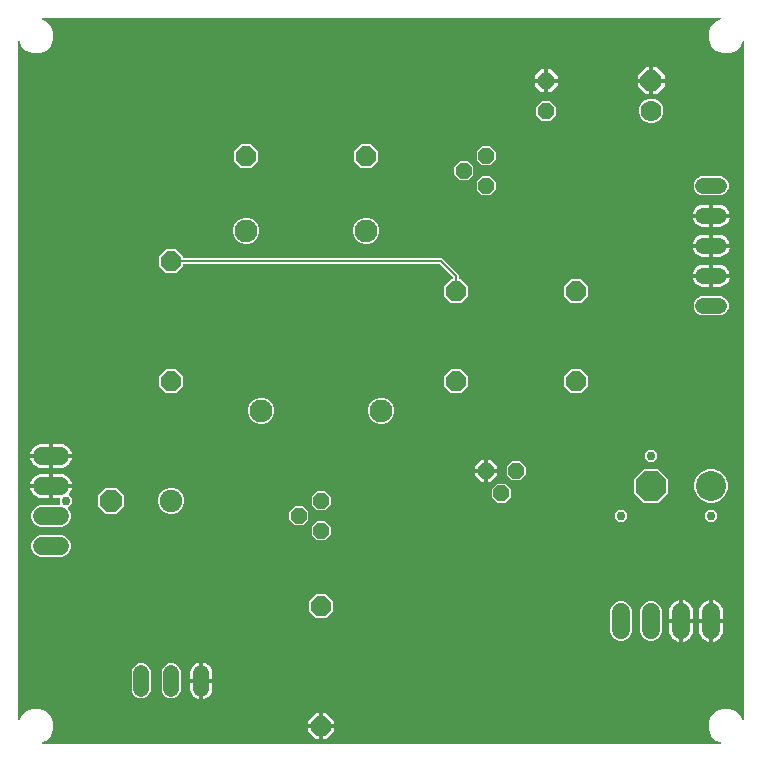
<source format=gbr>
G04 EAGLE Gerber RS-274X export*
G75*
%MOMM*%
%FSLAX34Y34*%
%LPD*%
%INBottom Copper*%
%IPPOS*%
%AMOC8*
5,1,8,0,0,1.08239X$1,22.5*%
G01*
%ADD10C,1.320800*%
%ADD11C,1.905000*%
%ADD12P,2.061953X8X202.500000*%
%ADD13C,2.540000*%
%ADD14P,2.749271X8X202.500000*%
%ADD15P,1.924489X8X112.500000*%
%ADD16C,1.778000*%
%ADD17P,1.539592X8X112.500000*%
%ADD18C,1.930400*%
%ADD19C,1.524000*%
%ADD20P,1.429621X8X202.500000*%
%ADD21P,1.814519X8X112.500000*%
%ADD22P,1.814519X8X22.500000*%
%ADD23P,1.429621X8X112.500000*%
%ADD24C,0.756400*%
%ADD25C,0.152400*%

G36*
X604350Y10176D02*
X604350Y10176D01*
X604447Y10186D01*
X604470Y10196D01*
X604496Y10200D01*
X604582Y10246D01*
X604671Y10286D01*
X604691Y10303D01*
X604714Y10316D01*
X604781Y10386D01*
X604852Y10452D01*
X604865Y10475D01*
X604883Y10494D01*
X604924Y10582D01*
X604971Y10668D01*
X604976Y10693D01*
X604987Y10717D01*
X604997Y10814D01*
X605015Y10910D01*
X605011Y10936D01*
X605014Y10961D01*
X604993Y11057D01*
X604979Y11153D01*
X604967Y11176D01*
X604961Y11202D01*
X604912Y11285D01*
X604867Y11372D01*
X604849Y11391D01*
X604835Y11413D01*
X604761Y11476D01*
X604692Y11544D01*
X604663Y11560D01*
X604648Y11573D01*
X604618Y11585D01*
X604545Y11625D01*
X601295Y12971D01*
X597171Y17095D01*
X594939Y22484D01*
X594939Y28316D01*
X597171Y33705D01*
X601295Y37829D01*
X606684Y40061D01*
X612516Y40061D01*
X617905Y37829D01*
X622029Y33705D01*
X623375Y30455D01*
X623426Y30372D01*
X623472Y30286D01*
X623490Y30268D01*
X623504Y30246D01*
X623580Y30184D01*
X623650Y30117D01*
X623674Y30106D01*
X623694Y30089D01*
X623785Y30054D01*
X623873Y30013D01*
X623899Y30011D01*
X623923Y30001D01*
X624021Y29997D01*
X624117Y29986D01*
X624143Y29992D01*
X624169Y29991D01*
X624263Y30018D01*
X624358Y30039D01*
X624380Y30052D01*
X624405Y30059D01*
X624485Y30115D01*
X624569Y30165D01*
X624586Y30185D01*
X624607Y30200D01*
X624666Y30278D01*
X624729Y30352D01*
X624739Y30376D01*
X624754Y30397D01*
X624784Y30489D01*
X624821Y30580D01*
X624824Y30612D01*
X624830Y30631D01*
X624830Y30664D01*
X624839Y30747D01*
X624839Y604253D01*
X624824Y604350D01*
X624814Y604447D01*
X624804Y604470D01*
X624800Y604496D01*
X624754Y604582D01*
X624714Y604671D01*
X624697Y604691D01*
X624684Y604714D01*
X624614Y604781D01*
X624548Y604852D01*
X624525Y604865D01*
X624506Y604883D01*
X624418Y604924D01*
X624332Y604971D01*
X624307Y604976D01*
X624283Y604987D01*
X624186Y604997D01*
X624090Y605015D01*
X624064Y605011D01*
X624039Y605014D01*
X623943Y604993D01*
X623847Y604979D01*
X623824Y604967D01*
X623798Y604961D01*
X623715Y604912D01*
X623628Y604867D01*
X623609Y604849D01*
X623587Y604835D01*
X623524Y604761D01*
X623456Y604692D01*
X623440Y604663D01*
X623427Y604648D01*
X623415Y604618D01*
X623375Y604545D01*
X622029Y601295D01*
X617905Y597171D01*
X612516Y594939D01*
X606684Y594939D01*
X601295Y597171D01*
X597171Y601295D01*
X594939Y606684D01*
X594939Y612516D01*
X597171Y617905D01*
X601295Y622029D01*
X604545Y623375D01*
X604628Y623426D01*
X604714Y623472D01*
X604732Y623490D01*
X604754Y623504D01*
X604816Y623580D01*
X604883Y623650D01*
X604894Y623674D01*
X604911Y623694D01*
X604946Y623785D01*
X604987Y623873D01*
X604989Y623899D01*
X604999Y623923D01*
X605003Y624021D01*
X605014Y624117D01*
X605008Y624143D01*
X605009Y624169D01*
X604982Y624263D01*
X604961Y624358D01*
X604948Y624380D01*
X604941Y624405D01*
X604885Y624485D01*
X604835Y624569D01*
X604815Y624586D01*
X604800Y624607D01*
X604722Y624666D01*
X604648Y624729D01*
X604624Y624739D01*
X604603Y624754D01*
X604511Y624784D01*
X604420Y624821D01*
X604388Y624824D01*
X604369Y624830D01*
X604336Y624830D01*
X604253Y624839D01*
X30747Y624839D01*
X30650Y624824D01*
X30553Y624814D01*
X30530Y624804D01*
X30504Y624800D01*
X30418Y624754D01*
X30329Y624714D01*
X30309Y624697D01*
X30286Y624684D01*
X30219Y624614D01*
X30148Y624548D01*
X30135Y624525D01*
X30117Y624506D01*
X30076Y624418D01*
X30029Y624332D01*
X30024Y624307D01*
X30013Y624283D01*
X30003Y624186D01*
X29985Y624090D01*
X29989Y624064D01*
X29986Y624039D01*
X30007Y623943D01*
X30021Y623847D01*
X30033Y623824D01*
X30039Y623798D01*
X30088Y623715D01*
X30133Y623628D01*
X30151Y623609D01*
X30165Y623587D01*
X30239Y623524D01*
X30308Y623456D01*
X30337Y623440D01*
X30352Y623427D01*
X30382Y623415D01*
X30455Y623375D01*
X33705Y622029D01*
X37829Y617905D01*
X40061Y612516D01*
X40061Y606684D01*
X37829Y601295D01*
X33705Y597171D01*
X28316Y594939D01*
X22484Y594939D01*
X17095Y597171D01*
X12971Y601295D01*
X11625Y604545D01*
X11574Y604628D01*
X11528Y604714D01*
X11510Y604732D01*
X11496Y604754D01*
X11420Y604816D01*
X11350Y604883D01*
X11326Y604894D01*
X11306Y604911D01*
X11215Y604946D01*
X11127Y604987D01*
X11101Y604989D01*
X11077Y604999D01*
X10979Y605003D01*
X10883Y605014D01*
X10857Y605008D01*
X10831Y605009D01*
X10737Y604982D01*
X10642Y604961D01*
X10620Y604948D01*
X10595Y604941D01*
X10515Y604885D01*
X10431Y604835D01*
X10414Y604815D01*
X10393Y604800D01*
X10334Y604722D01*
X10271Y604648D01*
X10261Y604624D01*
X10246Y604603D01*
X10216Y604511D01*
X10179Y604420D01*
X10176Y604388D01*
X10170Y604369D01*
X10170Y604336D01*
X10161Y604253D01*
X10161Y30747D01*
X10176Y30650D01*
X10186Y30553D01*
X10196Y30530D01*
X10200Y30504D01*
X10246Y30418D01*
X10286Y30329D01*
X10303Y30309D01*
X10316Y30286D01*
X10386Y30219D01*
X10452Y30148D01*
X10475Y30135D01*
X10494Y30117D01*
X10582Y30076D01*
X10668Y30029D01*
X10693Y30024D01*
X10717Y30013D01*
X10814Y30003D01*
X10910Y29985D01*
X10936Y29989D01*
X10961Y29986D01*
X11057Y30007D01*
X11153Y30021D01*
X11176Y30033D01*
X11202Y30039D01*
X11285Y30088D01*
X11372Y30133D01*
X11391Y30151D01*
X11413Y30165D01*
X11476Y30239D01*
X11544Y30308D01*
X11560Y30337D01*
X11573Y30352D01*
X11585Y30382D01*
X11625Y30455D01*
X12971Y33705D01*
X17095Y37829D01*
X22484Y40061D01*
X28316Y40061D01*
X33705Y37829D01*
X37829Y33705D01*
X40061Y28316D01*
X40061Y22484D01*
X37829Y17095D01*
X33705Y12971D01*
X30455Y11625D01*
X30372Y11574D01*
X30286Y11528D01*
X30268Y11510D01*
X30246Y11496D01*
X30184Y11420D01*
X30117Y11350D01*
X30106Y11326D01*
X30089Y11306D01*
X30054Y11215D01*
X30013Y11127D01*
X30011Y11101D01*
X30001Y11077D01*
X29997Y10979D01*
X29986Y10883D01*
X29992Y10857D01*
X29991Y10831D01*
X30018Y10737D01*
X30039Y10642D01*
X30052Y10620D01*
X30059Y10595D01*
X30115Y10515D01*
X30165Y10431D01*
X30185Y10414D01*
X30200Y10393D01*
X30278Y10334D01*
X30352Y10271D01*
X30376Y10261D01*
X30397Y10246D01*
X30489Y10216D01*
X30580Y10179D01*
X30612Y10176D01*
X30631Y10170D01*
X30664Y10170D01*
X30747Y10161D01*
X604253Y10161D01*
X604350Y10176D01*
G37*
%LPC*%
G36*
X376896Y383793D02*
X376896Y383793D01*
X371093Y389596D01*
X371093Y397804D01*
X376896Y403607D01*
X377952Y403607D01*
X377972Y403610D01*
X377991Y403608D01*
X378093Y403630D01*
X378195Y403646D01*
X378212Y403656D01*
X378232Y403660D01*
X378321Y403713D01*
X378412Y403762D01*
X378426Y403776D01*
X378443Y403786D01*
X378510Y403865D01*
X378582Y403940D01*
X378590Y403958D01*
X378603Y403973D01*
X378642Y404069D01*
X378685Y404163D01*
X378687Y404183D01*
X378695Y404201D01*
X378713Y404368D01*
X378713Y405137D01*
X378699Y405228D01*
X378691Y405318D01*
X378679Y405348D01*
X378674Y405380D01*
X378631Y405461D01*
X378595Y405545D01*
X378569Y405577D01*
X378558Y405598D01*
X378535Y405620D01*
X378490Y405676D01*
X367576Y416590D01*
X367502Y416643D01*
X367432Y416703D01*
X367402Y416715D01*
X367376Y416734D01*
X367289Y416761D01*
X367204Y416795D01*
X367163Y416799D01*
X367141Y416806D01*
X367109Y416805D01*
X367037Y416813D01*
X150368Y416813D01*
X150348Y416810D01*
X150329Y416812D01*
X150227Y416790D01*
X150125Y416774D01*
X150108Y416764D01*
X150088Y416760D01*
X149999Y416707D01*
X149908Y416658D01*
X149894Y416644D01*
X149877Y416634D01*
X149810Y416555D01*
X149738Y416480D01*
X149730Y416462D01*
X149717Y416447D01*
X149678Y416351D01*
X149635Y416257D01*
X149633Y416237D01*
X149625Y416219D01*
X149607Y416052D01*
X149607Y414996D01*
X143804Y409193D01*
X135596Y409193D01*
X129793Y414996D01*
X129793Y423204D01*
X135596Y429007D01*
X143804Y429007D01*
X149607Y423204D01*
X149607Y422148D01*
X149610Y422128D01*
X149608Y422109D01*
X149630Y422007D01*
X149646Y421905D01*
X149656Y421888D01*
X149660Y421868D01*
X149713Y421779D01*
X149762Y421688D01*
X149776Y421674D01*
X149786Y421657D01*
X149865Y421590D01*
X149940Y421518D01*
X149958Y421510D01*
X149973Y421497D01*
X150069Y421458D01*
X150163Y421415D01*
X150183Y421413D01*
X150201Y421405D01*
X150368Y421387D01*
X369247Y421387D01*
X383287Y407347D01*
X383287Y404368D01*
X383290Y404348D01*
X383288Y404329D01*
X383310Y404227D01*
X383326Y404125D01*
X383336Y404108D01*
X383340Y404088D01*
X383393Y403999D01*
X383442Y403908D01*
X383456Y403894D01*
X383466Y403877D01*
X383545Y403810D01*
X383620Y403738D01*
X383638Y403730D01*
X383653Y403717D01*
X383749Y403678D01*
X383843Y403635D01*
X383863Y403633D01*
X383881Y403625D01*
X384048Y403607D01*
X385104Y403607D01*
X390907Y397804D01*
X390907Y389596D01*
X385104Y383793D01*
X376896Y383793D01*
G37*
%LPD*%
%LPC*%
G36*
X28661Y194055D02*
X28661Y194055D01*
X25300Y195447D01*
X22727Y198020D01*
X21335Y201381D01*
X21335Y205019D01*
X22727Y208380D01*
X25300Y210953D01*
X28661Y212345D01*
X45013Y212345D01*
X45083Y212356D01*
X45155Y212358D01*
X45204Y212376D01*
X45255Y212384D01*
X45319Y212418D01*
X45386Y212443D01*
X45427Y212475D01*
X45473Y212500D01*
X45522Y212551D01*
X45578Y212596D01*
X45606Y212640D01*
X45642Y212678D01*
X45672Y212743D01*
X45711Y212803D01*
X45724Y212854D01*
X45746Y212901D01*
X45754Y212972D01*
X45771Y213042D01*
X45767Y213094D01*
X45773Y213145D01*
X45758Y213216D01*
X45752Y213287D01*
X45732Y213335D01*
X45721Y213386D01*
X45684Y213447D01*
X45656Y213513D01*
X45611Y213569D01*
X45594Y213597D01*
X45577Y213612D01*
X45551Y213644D01*
X45493Y213702D01*
X45493Y217678D01*
X45490Y217698D01*
X45492Y217717D01*
X45470Y217819D01*
X45454Y217921D01*
X45444Y217938D01*
X45440Y217958D01*
X45387Y218047D01*
X45338Y218138D01*
X45324Y218152D01*
X45314Y218169D01*
X45235Y218236D01*
X45160Y218308D01*
X45142Y218316D01*
X45127Y218329D01*
X45031Y218368D01*
X44937Y218411D01*
X44917Y218413D01*
X44899Y218421D01*
X44732Y218439D01*
X39623Y218439D01*
X39623Y227077D01*
X55766Y227077D01*
X55631Y226221D01*
X55136Y224700D01*
X54410Y223275D01*
X53470Y221981D01*
X53385Y221896D01*
X53374Y221880D01*
X53358Y221867D01*
X53302Y221780D01*
X53242Y221696D01*
X53236Y221677D01*
X53225Y221660D01*
X53200Y221560D01*
X53170Y221461D01*
X53170Y221441D01*
X53165Y221422D01*
X53173Y221319D01*
X53176Y221215D01*
X53183Y221197D01*
X53184Y221177D01*
X53225Y221082D01*
X53260Y220984D01*
X53273Y220969D01*
X53281Y220950D01*
X53385Y220819D01*
X56107Y218098D01*
X56107Y213702D01*
X52986Y210581D01*
X52955Y210580D01*
X52906Y210562D01*
X52854Y210554D01*
X52791Y210520D01*
X52724Y210495D01*
X52683Y210463D01*
X52637Y210438D01*
X52588Y210386D01*
X52532Y210342D01*
X52504Y210298D01*
X52468Y210260D01*
X52437Y210195D01*
X52399Y210135D01*
X52386Y210084D01*
X52364Y210037D01*
X52356Y209966D01*
X52339Y209896D01*
X52343Y209844D01*
X52337Y209793D01*
X52352Y209722D01*
X52358Y209651D01*
X52378Y209603D01*
X52389Y209552D01*
X52426Y209491D01*
X52454Y209425D01*
X52499Y209369D01*
X52515Y209341D01*
X52533Y209326D01*
X52559Y209294D01*
X53473Y208380D01*
X54865Y205019D01*
X54865Y201381D01*
X53473Y198020D01*
X50900Y195447D01*
X47539Y194055D01*
X28661Y194055D01*
G37*
%LPD*%
%LPC*%
G36*
X540208Y214375D02*
X540208Y214375D01*
X531875Y222708D01*
X531875Y234492D01*
X540208Y242825D01*
X551992Y242825D01*
X560325Y234492D01*
X560325Y222708D01*
X551992Y214375D01*
X540208Y214375D01*
G37*
%LPD*%
%LPC*%
G36*
X594071Y214375D02*
X594071Y214375D01*
X588842Y216541D01*
X584841Y220542D01*
X582675Y225771D01*
X582675Y231429D01*
X584841Y236658D01*
X588842Y240659D01*
X594071Y242825D01*
X599729Y242825D01*
X604958Y240659D01*
X608959Y236658D01*
X611125Y231429D01*
X611125Y225771D01*
X608959Y220542D01*
X604958Y216541D01*
X599729Y214375D01*
X594071Y214375D01*
G37*
%LPD*%
%LPC*%
G36*
X518881Y97535D02*
X518881Y97535D01*
X515520Y98927D01*
X512947Y101500D01*
X511555Y104861D01*
X511555Y123739D01*
X512947Y127100D01*
X515520Y129673D01*
X518881Y131065D01*
X522519Y131065D01*
X525880Y129673D01*
X528453Y127100D01*
X529845Y123739D01*
X529845Y104861D01*
X528453Y101500D01*
X525880Y98927D01*
X522519Y97535D01*
X518881Y97535D01*
G37*
%LPD*%
%LPC*%
G36*
X544281Y97535D02*
X544281Y97535D01*
X540920Y98927D01*
X538347Y101500D01*
X536955Y104861D01*
X536955Y123739D01*
X538347Y127100D01*
X540920Y129673D01*
X544281Y131065D01*
X547919Y131065D01*
X551280Y129673D01*
X553853Y127100D01*
X555245Y123739D01*
X555245Y104861D01*
X553853Y101500D01*
X551280Y98927D01*
X547919Y97535D01*
X544281Y97535D01*
G37*
%LPD*%
%LPC*%
G36*
X28661Y168655D02*
X28661Y168655D01*
X25300Y170047D01*
X22727Y172620D01*
X21335Y175981D01*
X21335Y179619D01*
X22727Y182980D01*
X25300Y185553D01*
X28661Y186945D01*
X47539Y186945D01*
X50900Y185553D01*
X53473Y182980D01*
X54865Y179619D01*
X54865Y175981D01*
X53473Y172620D01*
X50900Y170047D01*
X47539Y168655D01*
X28661Y168655D01*
G37*
%LPD*%
%LPC*%
G36*
X588679Y372871D02*
X588679Y372871D01*
X585691Y374109D01*
X583405Y376395D01*
X582167Y379383D01*
X582167Y382617D01*
X583405Y385605D01*
X585691Y387891D01*
X588679Y389129D01*
X605121Y389129D01*
X608109Y387891D01*
X610395Y385605D01*
X611633Y382617D01*
X611633Y379383D01*
X610395Y376395D01*
X608109Y374109D01*
X605121Y372871D01*
X588679Y372871D01*
G37*
%LPD*%
%LPC*%
G36*
X112683Y48767D02*
X112683Y48767D01*
X109695Y50005D01*
X107409Y52291D01*
X106171Y55279D01*
X106171Y71721D01*
X107409Y74709D01*
X109695Y76995D01*
X112683Y78233D01*
X115917Y78233D01*
X118905Y76995D01*
X121191Y74709D01*
X122429Y71721D01*
X122429Y55279D01*
X121191Y52291D01*
X118905Y50005D01*
X115917Y48767D01*
X112683Y48767D01*
G37*
%LPD*%
%LPC*%
G36*
X138083Y48767D02*
X138083Y48767D01*
X135095Y50005D01*
X132809Y52291D01*
X131571Y55279D01*
X131571Y71721D01*
X132809Y74709D01*
X135095Y76995D01*
X138083Y78233D01*
X141317Y78233D01*
X144305Y76995D01*
X146591Y74709D01*
X147829Y71721D01*
X147829Y55279D01*
X146591Y52291D01*
X144305Y50005D01*
X141317Y48767D01*
X138083Y48767D01*
G37*
%LPD*%
%LPC*%
G36*
X588679Y474471D02*
X588679Y474471D01*
X585691Y475709D01*
X583405Y477995D01*
X582167Y480983D01*
X582167Y484217D01*
X583405Y487205D01*
X585691Y489491D01*
X588679Y490729D01*
X605121Y490729D01*
X608109Y489491D01*
X610395Y487205D01*
X611633Y484217D01*
X611633Y480983D01*
X610395Y477995D01*
X608109Y475709D01*
X605121Y474471D01*
X588679Y474471D01*
G37*
%LPD*%
%LPC*%
G36*
X84323Y204850D02*
X84323Y204850D01*
X77850Y211323D01*
X77850Y220477D01*
X84323Y226950D01*
X93477Y226950D01*
X99950Y220477D01*
X99950Y211323D01*
X93477Y204850D01*
X84323Y204850D01*
G37*
%LPD*%
%LPC*%
G36*
X213677Y280923D02*
X213677Y280923D01*
X209569Y282625D01*
X206425Y285769D01*
X204723Y289877D01*
X204723Y294323D01*
X206425Y298431D01*
X209569Y301575D01*
X213677Y303277D01*
X218123Y303277D01*
X222231Y301575D01*
X225375Y298431D01*
X227077Y294323D01*
X227077Y289877D01*
X225375Y285769D01*
X222231Y282625D01*
X218123Y280923D01*
X213677Y280923D01*
G37*
%LPD*%
%LPC*%
G36*
X302577Y433323D02*
X302577Y433323D01*
X298469Y435025D01*
X295325Y438169D01*
X293623Y442277D01*
X293623Y446723D01*
X295325Y450831D01*
X298469Y453975D01*
X302577Y455677D01*
X307023Y455677D01*
X311131Y453975D01*
X314275Y450831D01*
X315977Y446723D01*
X315977Y442277D01*
X314275Y438169D01*
X311131Y435025D01*
X307023Y433323D01*
X302577Y433323D01*
G37*
%LPD*%
%LPC*%
G36*
X315277Y280923D02*
X315277Y280923D01*
X311169Y282625D01*
X308025Y285769D01*
X306323Y289877D01*
X306323Y294323D01*
X308025Y298431D01*
X311169Y301575D01*
X315277Y303277D01*
X319723Y303277D01*
X323831Y301575D01*
X326975Y298431D01*
X328677Y294323D01*
X328677Y289877D01*
X326975Y285769D01*
X323831Y282625D01*
X319723Y280923D01*
X315277Y280923D01*
G37*
%LPD*%
%LPC*%
G36*
X200977Y433323D02*
X200977Y433323D01*
X196869Y435025D01*
X193725Y438169D01*
X192023Y442277D01*
X192023Y446723D01*
X193725Y450831D01*
X196869Y453975D01*
X200977Y455677D01*
X205423Y455677D01*
X209531Y453975D01*
X212675Y450831D01*
X214377Y446723D01*
X214377Y442277D01*
X212675Y438169D01*
X209531Y435025D01*
X205423Y433323D01*
X200977Y433323D01*
G37*
%LPD*%
%LPC*%
G36*
X137502Y204850D02*
X137502Y204850D01*
X133441Y206533D01*
X130333Y209641D01*
X128650Y213702D01*
X128650Y218098D01*
X130333Y222159D01*
X133441Y225267D01*
X137502Y226950D01*
X141898Y226950D01*
X145959Y225267D01*
X149067Y222159D01*
X150750Y218098D01*
X150750Y213702D01*
X149067Y209641D01*
X145959Y206533D01*
X141898Y204850D01*
X137502Y204850D01*
G37*
%LPD*%
%LPC*%
G36*
X544028Y535685D02*
X544028Y535685D01*
X540200Y537271D01*
X537271Y540200D01*
X535685Y544028D01*
X535685Y548172D01*
X537271Y552000D01*
X540200Y554929D01*
X544028Y556515D01*
X548172Y556515D01*
X552000Y554929D01*
X554929Y552000D01*
X556515Y548172D01*
X556515Y544028D01*
X554929Y540200D01*
X552000Y537271D01*
X548172Y535685D01*
X544028Y535685D01*
G37*
%LPD*%
%LPC*%
G36*
X262596Y117093D02*
X262596Y117093D01*
X256793Y122896D01*
X256793Y131104D01*
X262596Y136907D01*
X270804Y136907D01*
X276607Y131104D01*
X276607Y122896D01*
X270804Y117093D01*
X262596Y117093D01*
G37*
%LPD*%
%LPC*%
G36*
X199096Y498093D02*
X199096Y498093D01*
X193293Y503896D01*
X193293Y512104D01*
X199096Y517907D01*
X207304Y517907D01*
X213107Y512104D01*
X213107Y503896D01*
X207304Y498093D01*
X199096Y498093D01*
G37*
%LPD*%
%LPC*%
G36*
X300696Y498093D02*
X300696Y498093D01*
X294893Y503896D01*
X294893Y512104D01*
X300696Y517907D01*
X308904Y517907D01*
X314707Y512104D01*
X314707Y503896D01*
X308904Y498093D01*
X300696Y498093D01*
G37*
%LPD*%
%LPC*%
G36*
X135596Y307593D02*
X135596Y307593D01*
X129793Y313396D01*
X129793Y321604D01*
X135596Y327407D01*
X143804Y327407D01*
X149607Y321604D01*
X149607Y313396D01*
X143804Y307593D01*
X135596Y307593D01*
G37*
%LPD*%
%LPC*%
G36*
X478496Y307593D02*
X478496Y307593D01*
X472693Y313396D01*
X472693Y321604D01*
X478496Y327407D01*
X486704Y327407D01*
X492507Y321604D01*
X492507Y313396D01*
X486704Y307593D01*
X478496Y307593D01*
G37*
%LPD*%
%LPC*%
G36*
X376896Y307593D02*
X376896Y307593D01*
X371093Y313396D01*
X371093Y321604D01*
X376896Y327407D01*
X385104Y327407D01*
X390907Y321604D01*
X390907Y313396D01*
X385104Y307593D01*
X376896Y307593D01*
G37*
%LPD*%
%LPC*%
G36*
X478496Y383793D02*
X478496Y383793D01*
X472693Y389596D01*
X472693Y397804D01*
X478496Y403607D01*
X486704Y403607D01*
X492507Y397804D01*
X492507Y389596D01*
X486704Y383793D01*
X478496Y383793D01*
G37*
%LPD*%
%LPC*%
G36*
X453623Y537463D02*
X453623Y537463D01*
X448563Y542523D01*
X448563Y549677D01*
X453623Y554737D01*
X460777Y554737D01*
X465837Y549677D01*
X465837Y542523D01*
X460777Y537463D01*
X453623Y537463D01*
G37*
%LPD*%
%LPC*%
G36*
X428433Y233171D02*
X428433Y233171D01*
X423671Y237933D01*
X423671Y244667D01*
X428433Y249429D01*
X435167Y249429D01*
X439929Y244667D01*
X439929Y237933D01*
X435167Y233171D01*
X428433Y233171D01*
G37*
%LPD*%
%LPC*%
G36*
X244283Y195071D02*
X244283Y195071D01*
X239521Y199833D01*
X239521Y206567D01*
X244283Y211329D01*
X251017Y211329D01*
X255779Y206567D01*
X255779Y199833D01*
X251017Y195071D01*
X244283Y195071D01*
G37*
%LPD*%
%LPC*%
G36*
X263333Y207771D02*
X263333Y207771D01*
X258571Y212533D01*
X258571Y219267D01*
X263333Y224029D01*
X270067Y224029D01*
X274829Y219267D01*
X274829Y212533D01*
X270067Y207771D01*
X263333Y207771D01*
G37*
%LPD*%
%LPC*%
G36*
X403033Y474471D02*
X403033Y474471D01*
X398271Y479233D01*
X398271Y485967D01*
X403033Y490729D01*
X409767Y490729D01*
X414529Y485967D01*
X414529Y479233D01*
X409767Y474471D01*
X403033Y474471D01*
G37*
%LPD*%
%LPC*%
G36*
X383983Y487171D02*
X383983Y487171D01*
X379221Y491933D01*
X379221Y498667D01*
X383983Y503429D01*
X390717Y503429D01*
X395479Y498667D01*
X395479Y491933D01*
X390717Y487171D01*
X383983Y487171D01*
G37*
%LPD*%
%LPC*%
G36*
X403033Y499871D02*
X403033Y499871D01*
X398271Y504633D01*
X398271Y511367D01*
X403033Y516129D01*
X409767Y516129D01*
X414529Y511367D01*
X414529Y504633D01*
X409767Y499871D01*
X403033Y499871D01*
G37*
%LPD*%
%LPC*%
G36*
X415733Y214121D02*
X415733Y214121D01*
X410971Y218883D01*
X410971Y225617D01*
X415733Y230379D01*
X422467Y230379D01*
X427229Y225617D01*
X427229Y218883D01*
X422467Y214121D01*
X415733Y214121D01*
G37*
%LPD*%
%LPC*%
G36*
X263333Y182371D02*
X263333Y182371D01*
X258571Y187133D01*
X258571Y193867D01*
X263333Y198629D01*
X270067Y198629D01*
X274829Y193867D01*
X274829Y187133D01*
X270067Y182371D01*
X263333Y182371D01*
G37*
%LPD*%
%LPC*%
G36*
X598423Y115823D02*
X598423Y115823D01*
X598423Y131966D01*
X599279Y131831D01*
X600800Y131336D01*
X602225Y130610D01*
X603519Y129670D01*
X604650Y128539D01*
X605590Y127245D01*
X606316Y125820D01*
X606811Y124299D01*
X607061Y122720D01*
X607061Y115823D01*
X598423Y115823D01*
G37*
%LPD*%
%LPC*%
G36*
X573023Y115823D02*
X573023Y115823D01*
X573023Y131966D01*
X573879Y131831D01*
X575400Y131336D01*
X576825Y130610D01*
X578119Y129670D01*
X579250Y128539D01*
X580190Y127245D01*
X580916Y125820D01*
X581411Y124299D01*
X581661Y122720D01*
X581661Y115823D01*
X573023Y115823D01*
G37*
%LPD*%
%LPC*%
G36*
X39623Y255523D02*
X39623Y255523D01*
X39623Y264161D01*
X46520Y264161D01*
X48099Y263911D01*
X49620Y263416D01*
X51045Y262690D01*
X52339Y261750D01*
X53470Y260619D01*
X54410Y259325D01*
X55136Y257900D01*
X55631Y256379D01*
X55766Y255523D01*
X39623Y255523D01*
G37*
%LPD*%
%LPC*%
G36*
X39623Y230123D02*
X39623Y230123D01*
X39623Y238761D01*
X46520Y238761D01*
X48099Y238511D01*
X49620Y238016D01*
X51045Y237290D01*
X52339Y236350D01*
X53470Y235219D01*
X54410Y233925D01*
X55136Y232500D01*
X55631Y230979D01*
X55766Y230123D01*
X39623Y230123D01*
G37*
%LPD*%
%LPC*%
G36*
X20434Y255523D02*
X20434Y255523D01*
X20569Y256379D01*
X21064Y257900D01*
X21790Y259325D01*
X22730Y260619D01*
X23861Y261750D01*
X25155Y262690D01*
X26580Y263416D01*
X28101Y263911D01*
X29680Y264161D01*
X36577Y264161D01*
X36577Y255523D01*
X20434Y255523D01*
G37*
%LPD*%
%LPC*%
G36*
X20434Y230123D02*
X20434Y230123D01*
X20569Y230979D01*
X21064Y232500D01*
X21790Y233925D01*
X22730Y235219D01*
X23861Y236350D01*
X25155Y237290D01*
X26580Y238016D01*
X28101Y238511D01*
X29680Y238761D01*
X36577Y238761D01*
X36577Y230123D01*
X20434Y230123D01*
G37*
%LPD*%
%LPC*%
G36*
X573023Y112777D02*
X573023Y112777D01*
X581661Y112777D01*
X581661Y105880D01*
X581411Y104301D01*
X580916Y102780D01*
X580190Y101355D01*
X579250Y100061D01*
X578119Y98930D01*
X576825Y97990D01*
X575400Y97264D01*
X573879Y96769D01*
X573023Y96634D01*
X573023Y112777D01*
G37*
%LPD*%
%LPC*%
G36*
X598423Y112777D02*
X598423Y112777D01*
X607061Y112777D01*
X607061Y105880D01*
X606811Y104301D01*
X606316Y102780D01*
X605590Y101355D01*
X604650Y100061D01*
X603519Y98930D01*
X602225Y97990D01*
X600800Y97264D01*
X599279Y96769D01*
X598423Y96634D01*
X598423Y112777D01*
G37*
%LPD*%
%LPC*%
G36*
X561339Y115823D02*
X561339Y115823D01*
X561339Y122720D01*
X561589Y124299D01*
X562084Y125820D01*
X562810Y127245D01*
X563750Y128539D01*
X564881Y129670D01*
X566175Y130610D01*
X567600Y131336D01*
X569121Y131831D01*
X569977Y131966D01*
X569977Y115823D01*
X561339Y115823D01*
G37*
%LPD*%
%LPC*%
G36*
X586739Y115823D02*
X586739Y115823D01*
X586739Y122720D01*
X586989Y124299D01*
X587484Y125820D01*
X588210Y127245D01*
X589150Y128539D01*
X590281Y129670D01*
X591575Y130610D01*
X593000Y131336D01*
X594521Y131831D01*
X595377Y131966D01*
X595377Y115823D01*
X586739Y115823D01*
G37*
%LPD*%
%LPC*%
G36*
X39623Y243839D02*
X39623Y243839D01*
X39623Y252477D01*
X55766Y252477D01*
X55631Y251621D01*
X55136Y250100D01*
X54410Y248675D01*
X53470Y247381D01*
X52339Y246250D01*
X51045Y245310D01*
X49620Y244584D01*
X48099Y244089D01*
X46520Y243839D01*
X39623Y243839D01*
G37*
%LPD*%
%LPC*%
G36*
X594521Y96769D02*
X594521Y96769D01*
X593000Y97264D01*
X591575Y97990D01*
X590281Y98930D01*
X589150Y100061D01*
X588210Y101355D01*
X587484Y102780D01*
X586989Y104301D01*
X586739Y105880D01*
X586739Y112777D01*
X595377Y112777D01*
X595377Y96634D01*
X594521Y96769D01*
G37*
%LPD*%
%LPC*%
G36*
X29680Y218439D02*
X29680Y218439D01*
X28101Y218689D01*
X26580Y219184D01*
X25155Y219910D01*
X23861Y220850D01*
X22730Y221981D01*
X21790Y223275D01*
X21064Y224700D01*
X20569Y226221D01*
X20434Y227077D01*
X36577Y227077D01*
X36577Y218439D01*
X29680Y218439D01*
G37*
%LPD*%
%LPC*%
G36*
X29680Y243839D02*
X29680Y243839D01*
X28101Y244089D01*
X26580Y244584D01*
X25155Y245310D01*
X23861Y246250D01*
X22730Y247381D01*
X21790Y248675D01*
X21064Y250100D01*
X20569Y251621D01*
X20434Y252477D01*
X36577Y252477D01*
X36577Y243839D01*
X29680Y243839D01*
G37*
%LPD*%
%LPC*%
G36*
X569121Y96769D02*
X569121Y96769D01*
X567600Y97264D01*
X566175Y97990D01*
X564881Y98930D01*
X563750Y100061D01*
X562810Y101355D01*
X562084Y102780D01*
X561589Y104301D01*
X561339Y105880D01*
X561339Y112777D01*
X569977Y112777D01*
X569977Y96634D01*
X569121Y96769D01*
G37*
%LPD*%
%LPC*%
G36*
X543902Y248693D02*
X543902Y248693D01*
X540793Y251802D01*
X540793Y256198D01*
X543902Y259307D01*
X548298Y259307D01*
X551407Y256198D01*
X551407Y251802D01*
X548298Y248693D01*
X543902Y248693D01*
G37*
%LPD*%
%LPC*%
G36*
X594702Y197893D02*
X594702Y197893D01*
X591593Y201002D01*
X591593Y205398D01*
X594702Y208507D01*
X599098Y208507D01*
X602207Y205398D01*
X602207Y201002D01*
X599098Y197893D01*
X594702Y197893D01*
G37*
%LPD*%
%LPC*%
G36*
X518502Y197893D02*
X518502Y197893D01*
X515393Y201002D01*
X515393Y205398D01*
X518502Y208507D01*
X522898Y208507D01*
X526007Y205398D01*
X526007Y201002D01*
X522898Y197893D01*
X518502Y197893D01*
G37*
%LPD*%
%LPC*%
G36*
X598423Y407923D02*
X598423Y407923D01*
X598423Y415545D01*
X604405Y415545D01*
X606171Y415193D01*
X607836Y414504D01*
X609334Y413503D01*
X610607Y412230D01*
X611608Y410732D01*
X612297Y409067D01*
X612525Y407923D01*
X598423Y407923D01*
G37*
%LPD*%
%LPC*%
G36*
X598423Y458723D02*
X598423Y458723D01*
X598423Y466345D01*
X604405Y466345D01*
X606171Y465993D01*
X607836Y465304D01*
X609334Y464303D01*
X610607Y463030D01*
X611608Y461532D01*
X612297Y459867D01*
X612525Y458723D01*
X598423Y458723D01*
G37*
%LPD*%
%LPC*%
G36*
X598423Y433323D02*
X598423Y433323D01*
X598423Y440945D01*
X604405Y440945D01*
X606171Y440593D01*
X607836Y439904D01*
X609334Y438903D01*
X610607Y437630D01*
X611608Y436132D01*
X612297Y434467D01*
X612525Y433323D01*
X598423Y433323D01*
G37*
%LPD*%
%LPC*%
G36*
X166623Y65023D02*
X166623Y65023D01*
X166623Y79125D01*
X167767Y78897D01*
X169432Y78208D01*
X170930Y77207D01*
X172203Y75934D01*
X173204Y74436D01*
X173893Y72771D01*
X174245Y71005D01*
X174245Y65023D01*
X166623Y65023D01*
G37*
%LPD*%
%LPC*%
G36*
X581275Y458723D02*
X581275Y458723D01*
X581503Y459867D01*
X582192Y461532D01*
X583193Y463030D01*
X584466Y464303D01*
X585964Y465304D01*
X587629Y465993D01*
X589395Y466345D01*
X595377Y466345D01*
X595377Y458723D01*
X581275Y458723D01*
G37*
%LPD*%
%LPC*%
G36*
X166623Y61977D02*
X166623Y61977D01*
X174245Y61977D01*
X174245Y55995D01*
X173893Y54229D01*
X173204Y52564D01*
X172203Y51066D01*
X170930Y49793D01*
X169432Y48792D01*
X167767Y48103D01*
X166623Y47875D01*
X166623Y61977D01*
G37*
%LPD*%
%LPC*%
G36*
X581275Y433323D02*
X581275Y433323D01*
X581503Y434467D01*
X582192Y436132D01*
X583193Y437630D01*
X584466Y438903D01*
X585964Y439904D01*
X587629Y440593D01*
X589395Y440945D01*
X595377Y440945D01*
X595377Y433323D01*
X581275Y433323D01*
G37*
%LPD*%
%LPC*%
G36*
X581275Y407923D02*
X581275Y407923D01*
X581503Y409067D01*
X582192Y410732D01*
X583193Y412230D01*
X584466Y413503D01*
X585964Y414504D01*
X587629Y415193D01*
X589395Y415545D01*
X595377Y415545D01*
X595377Y407923D01*
X581275Y407923D01*
G37*
%LPD*%
%LPC*%
G36*
X598423Y448055D02*
X598423Y448055D01*
X598423Y455677D01*
X612525Y455677D01*
X612297Y454533D01*
X611608Y452868D01*
X610607Y451370D01*
X609334Y450097D01*
X607836Y449096D01*
X606171Y448407D01*
X604405Y448055D01*
X598423Y448055D01*
G37*
%LPD*%
%LPC*%
G36*
X155955Y65023D02*
X155955Y65023D01*
X155955Y71005D01*
X156307Y72771D01*
X156996Y74436D01*
X157997Y75934D01*
X159270Y77207D01*
X160768Y78208D01*
X162433Y78897D01*
X163577Y79125D01*
X163577Y65023D01*
X155955Y65023D01*
G37*
%LPD*%
%LPC*%
G36*
X598423Y397255D02*
X598423Y397255D01*
X598423Y404877D01*
X612525Y404877D01*
X612297Y403733D01*
X611608Y402068D01*
X610607Y400570D01*
X609334Y399297D01*
X607836Y398296D01*
X606171Y397607D01*
X604405Y397255D01*
X598423Y397255D01*
G37*
%LPD*%
%LPC*%
G36*
X598423Y422655D02*
X598423Y422655D01*
X598423Y430277D01*
X612525Y430277D01*
X612297Y429133D01*
X611608Y427468D01*
X610607Y425970D01*
X609334Y424697D01*
X607836Y423696D01*
X606171Y423007D01*
X604405Y422655D01*
X598423Y422655D01*
G37*
%LPD*%
%LPC*%
G36*
X589395Y422655D02*
X589395Y422655D01*
X587629Y423007D01*
X585964Y423696D01*
X584466Y424697D01*
X583193Y425970D01*
X582192Y427468D01*
X581503Y429133D01*
X581275Y430277D01*
X595377Y430277D01*
X595377Y422655D01*
X589395Y422655D01*
G37*
%LPD*%
%LPC*%
G36*
X589395Y448055D02*
X589395Y448055D01*
X587629Y448407D01*
X585964Y449096D01*
X584466Y450097D01*
X583193Y451370D01*
X582192Y452868D01*
X581503Y454533D01*
X581275Y455677D01*
X595377Y455677D01*
X595377Y448055D01*
X589395Y448055D01*
G37*
%LPD*%
%LPC*%
G36*
X589395Y397255D02*
X589395Y397255D01*
X587629Y397607D01*
X585964Y398296D01*
X584466Y399297D01*
X583193Y400570D01*
X582192Y402068D01*
X581503Y403733D01*
X581275Y404877D01*
X595377Y404877D01*
X595377Y397255D01*
X589395Y397255D01*
G37*
%LPD*%
%LPC*%
G36*
X162433Y48103D02*
X162433Y48103D01*
X160768Y48792D01*
X159270Y49793D01*
X157997Y51066D01*
X156996Y52564D01*
X156307Y54229D01*
X155955Y55995D01*
X155955Y61977D01*
X163577Y61977D01*
X163577Y47875D01*
X162433Y48103D01*
G37*
%LPD*%
%LPC*%
G36*
X547623Y573023D02*
X547623Y573023D01*
X547623Y582931D01*
X550835Y582931D01*
X557531Y576235D01*
X557531Y573023D01*
X547623Y573023D01*
G37*
%LPD*%
%LPC*%
G36*
X534669Y573023D02*
X534669Y573023D01*
X534669Y576235D01*
X541365Y582931D01*
X544577Y582931D01*
X544577Y573023D01*
X534669Y573023D01*
G37*
%LPD*%
%LPC*%
G36*
X547623Y560069D02*
X547623Y560069D01*
X547623Y569977D01*
X557531Y569977D01*
X557531Y566765D01*
X550835Y560069D01*
X547623Y560069D01*
G37*
%LPD*%
%LPC*%
G36*
X541365Y560069D02*
X541365Y560069D01*
X534669Y566765D01*
X534669Y569977D01*
X544577Y569977D01*
X544577Y560069D01*
X541365Y560069D01*
G37*
%LPD*%
%LPC*%
G36*
X268223Y26923D02*
X268223Y26923D01*
X268223Y36323D01*
X271224Y36323D01*
X277623Y29924D01*
X277623Y26923D01*
X268223Y26923D01*
G37*
%LPD*%
%LPC*%
G36*
X255777Y26923D02*
X255777Y26923D01*
X255777Y29924D01*
X262176Y36323D01*
X265177Y36323D01*
X265177Y26923D01*
X255777Y26923D01*
G37*
%LPD*%
%LPC*%
G36*
X268223Y14477D02*
X268223Y14477D01*
X268223Y23877D01*
X277623Y23877D01*
X277623Y20876D01*
X271224Y14477D01*
X268223Y14477D01*
G37*
%LPD*%
%LPC*%
G36*
X262176Y14477D02*
X262176Y14477D01*
X255777Y20876D01*
X255777Y23877D01*
X265177Y23877D01*
X265177Y14477D01*
X262176Y14477D01*
G37*
%LPD*%
%LPC*%
G36*
X458723Y573023D02*
X458723Y573023D01*
X458723Y581153D01*
X461198Y581153D01*
X466853Y575498D01*
X466853Y573023D01*
X458723Y573023D01*
G37*
%LPD*%
%LPC*%
G36*
X447547Y573023D02*
X447547Y573023D01*
X447547Y575498D01*
X453202Y581153D01*
X455677Y581153D01*
X455677Y573023D01*
X447547Y573023D01*
G37*
%LPD*%
%LPC*%
G36*
X458723Y561847D02*
X458723Y561847D01*
X458723Y569977D01*
X466853Y569977D01*
X466853Y567502D01*
X461198Y561847D01*
X458723Y561847D01*
G37*
%LPD*%
%LPC*%
G36*
X453202Y561847D02*
X453202Y561847D01*
X447547Y567502D01*
X447547Y569977D01*
X455677Y569977D01*
X455677Y561847D01*
X453202Y561847D01*
G37*
%LPD*%
%LPC*%
G36*
X407923Y242823D02*
X407923Y242823D01*
X407923Y250445D01*
X410188Y250445D01*
X415545Y245088D01*
X415545Y242823D01*
X407923Y242823D01*
G37*
%LPD*%
%LPC*%
G36*
X397255Y242823D02*
X397255Y242823D01*
X397255Y245088D01*
X402612Y250445D01*
X404877Y250445D01*
X404877Y242823D01*
X397255Y242823D01*
G37*
%LPD*%
%LPC*%
G36*
X407923Y232155D02*
X407923Y232155D01*
X407923Y239777D01*
X415545Y239777D01*
X415545Y237512D01*
X410188Y232155D01*
X407923Y232155D01*
G37*
%LPD*%
%LPC*%
G36*
X402612Y232155D02*
X402612Y232155D01*
X397255Y237512D01*
X397255Y239777D01*
X404877Y239777D01*
X404877Y232155D01*
X402612Y232155D01*
G37*
%LPD*%
%LPC*%
G36*
X546099Y571499D02*
X546099Y571499D01*
X546099Y571501D01*
X546101Y571501D01*
X546101Y571499D01*
X546099Y571499D01*
G37*
%LPD*%
%LPC*%
G36*
X406399Y241299D02*
X406399Y241299D01*
X406399Y241301D01*
X406401Y241301D01*
X406401Y241299D01*
X406399Y241299D01*
G37*
%LPD*%
%LPC*%
G36*
X596899Y457199D02*
X596899Y457199D01*
X596899Y457201D01*
X596901Y457201D01*
X596901Y457199D01*
X596899Y457199D01*
G37*
%LPD*%
%LPC*%
G36*
X596899Y114299D02*
X596899Y114299D01*
X596899Y114301D01*
X596901Y114301D01*
X596901Y114299D01*
X596899Y114299D01*
G37*
%LPD*%
%LPC*%
G36*
X571499Y114299D02*
X571499Y114299D01*
X571499Y114301D01*
X571501Y114301D01*
X571501Y114299D01*
X571499Y114299D01*
G37*
%LPD*%
%LPC*%
G36*
X38099Y228599D02*
X38099Y228599D01*
X38099Y228601D01*
X38101Y228601D01*
X38101Y228599D01*
X38099Y228599D01*
G37*
%LPD*%
%LPC*%
G36*
X596899Y406399D02*
X596899Y406399D01*
X596899Y406401D01*
X596901Y406401D01*
X596901Y406399D01*
X596899Y406399D01*
G37*
%LPD*%
%LPC*%
G36*
X596899Y431799D02*
X596899Y431799D01*
X596899Y431801D01*
X596901Y431801D01*
X596901Y431799D01*
X596899Y431799D01*
G37*
%LPD*%
%LPC*%
G36*
X457199Y571499D02*
X457199Y571499D01*
X457199Y571501D01*
X457201Y571501D01*
X457201Y571499D01*
X457199Y571499D01*
G37*
%LPD*%
%LPC*%
G36*
X165099Y63499D02*
X165099Y63499D01*
X165099Y63501D01*
X165101Y63501D01*
X165101Y63499D01*
X165099Y63499D01*
G37*
%LPD*%
%LPC*%
G36*
X38099Y253999D02*
X38099Y253999D01*
X38099Y254001D01*
X38101Y254001D01*
X38101Y253999D01*
X38099Y253999D01*
G37*
%LPD*%
%LPC*%
G36*
X266699Y25399D02*
X266699Y25399D01*
X266699Y25401D01*
X266701Y25401D01*
X266701Y25399D01*
X266699Y25399D01*
G37*
%LPD*%
D10*
X590296Y482600D02*
X603504Y482600D01*
X603504Y457200D02*
X590296Y457200D01*
X590296Y431800D02*
X603504Y431800D01*
X603504Y406400D02*
X590296Y406400D01*
X590296Y381000D02*
X603504Y381000D01*
D11*
X139700Y215900D03*
D12*
X88900Y215900D03*
D13*
X596900Y228600D03*
D14*
X546100Y228600D03*
D15*
X546100Y571500D03*
D16*
X546100Y546100D03*
D17*
X457200Y546100D03*
X457200Y571500D03*
D18*
X304800Y444500D03*
X203200Y444500D03*
X317500Y292100D03*
X215900Y292100D03*
D19*
X520700Y121920D02*
X520700Y106680D01*
X546100Y106680D02*
X546100Y121920D01*
X571500Y121920D02*
X571500Y106680D01*
X596900Y106680D02*
X596900Y121920D01*
D20*
X406400Y241300D03*
X419100Y222250D03*
X431800Y241300D03*
D21*
X139700Y317500D03*
X139700Y419100D03*
D10*
X165100Y70104D02*
X165100Y56896D01*
X114300Y56896D02*
X114300Y70104D01*
X139700Y70104D02*
X139700Y56896D01*
D22*
X203200Y508000D03*
X304800Y508000D03*
D21*
X266700Y25400D03*
X266700Y127000D03*
D22*
X381000Y393700D03*
X482600Y393700D03*
X381000Y317500D03*
X482600Y317500D03*
D19*
X45720Y254000D02*
X30480Y254000D01*
X30480Y228600D02*
X45720Y228600D01*
X45720Y203200D02*
X30480Y203200D01*
X30480Y177800D02*
X45720Y177800D01*
D23*
X266700Y215900D03*
X247650Y203200D03*
X266700Y190500D03*
X406400Y508000D03*
X387350Y495300D03*
X406400Y482600D03*
D24*
X596900Y203200D03*
D25*
X381000Y393700D02*
X381000Y406400D01*
X368300Y419100D01*
X139700Y419100D01*
D24*
X546100Y254000D03*
X520700Y203200D03*
X50800Y215900D03*
M02*

</source>
